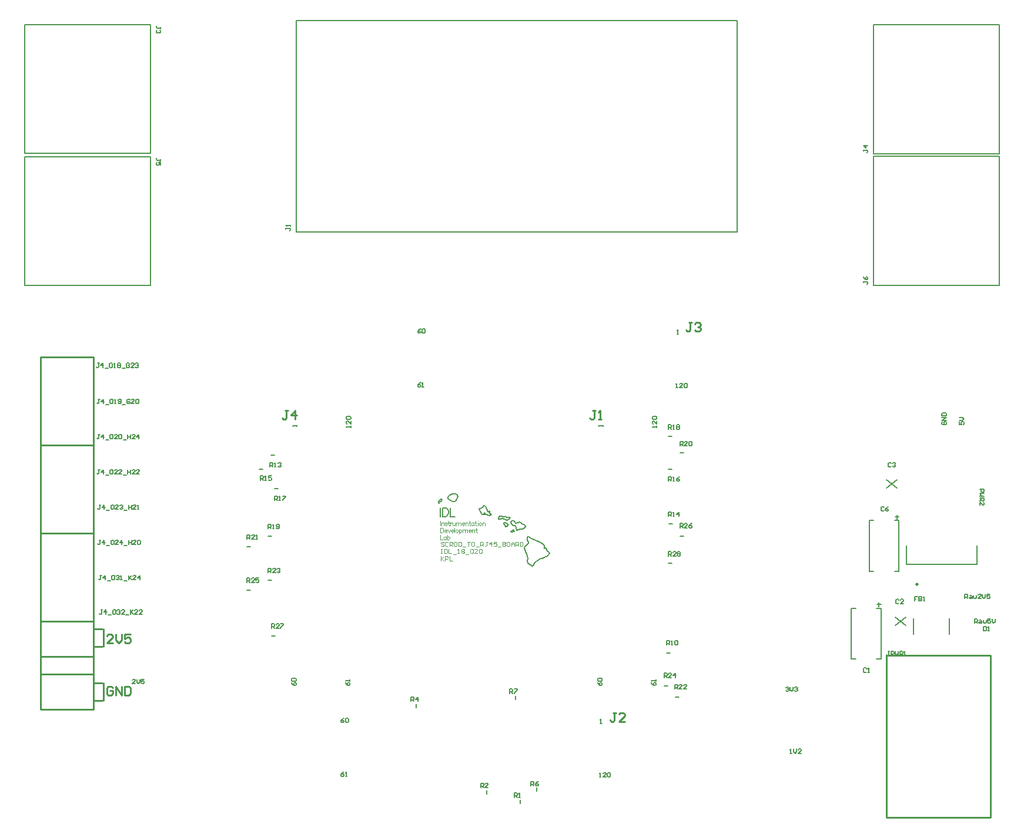
<source format=gto>
G04*
G04 #@! TF.GenerationSoftware,Altium Limited,Altium Designer,18.0.12 (696)*
G04*
G04 Layer_Color=65535*
%FSLAX43Y43*%
%MOMM*%
G71*
G01*
G75*
%ADD10C,0.250*%
%ADD11C,0.254*%
%ADD12C,0.127*%
%ADD13C,0.200*%
%ADD14C,0.076*%
%ADD15C,0.064*%
D10*
X128224Y34034D02*
G03*
X128224Y34034I-125J0D01*
G01*
D11*
X1855Y23622D02*
X9475D01*
X123722Y447D02*
X138722D01*
Y23747D01*
X123722D02*
X138722D01*
X123722Y447D02*
Y23747D01*
X1855Y41402D02*
X9475D01*
Y28702D02*
Y41402D01*
X1855Y28702D02*
Y41402D01*
Y28702D02*
X9475D01*
X1855Y54102D02*
X9475D01*
Y41402D02*
Y54102D01*
X1855Y41402D02*
Y54102D01*
Y41402D02*
X9475D01*
X1855Y66802D02*
X9475D01*
Y54102D02*
Y66802D01*
X1855Y54102D02*
Y66802D01*
Y54102D02*
X9475D01*
X1855Y28702D02*
X9475D01*
Y16002D02*
Y28702D01*
X1855Y16002D02*
Y28702D01*
Y16002D02*
X9475D01*
X1855Y21082D02*
X9475D01*
X9525Y27559D02*
X10795D01*
X10922Y25019D02*
Y27559D01*
X9525Y25019D02*
X10795D01*
X9525Y19812D02*
X10795D01*
X10922Y17272D02*
Y19812D01*
X9525Y17272D02*
X10795D01*
X12276Y25527D02*
X11430D01*
X12276Y26373D01*
Y26585D01*
X12065Y26797D01*
X11642D01*
X11430Y26585D01*
X12700Y26797D02*
Y25950D01*
X13123Y25527D01*
X13546Y25950D01*
Y26797D01*
X14816D02*
X13969D01*
Y26162D01*
X14392Y26373D01*
X14604D01*
X14816Y26162D01*
Y25739D01*
X14604Y25527D01*
X14181D01*
X13969Y25739D01*
X81795Y59055D02*
X81372D01*
X81584D01*
Y57997D01*
X81372Y57785D01*
X81161D01*
X80949Y57997D01*
X82219Y57785D02*
X82642D01*
X82430D01*
Y59055D01*
X82219Y58843D01*
X84716Y15494D02*
X84293D01*
X84505D01*
Y14436D01*
X84293Y14224D01*
X84082D01*
X83870Y14436D01*
X85986Y14224D02*
X85140D01*
X85986Y15070D01*
Y15282D01*
X85774Y15494D01*
X85351D01*
X85140Y15282D01*
X95638Y71755D02*
X95215D01*
X95427D01*
Y70697D01*
X95215Y70485D01*
X95004D01*
X94792Y70697D01*
X96062Y71543D02*
X96273Y71755D01*
X96696D01*
X96908Y71543D01*
Y71331D01*
X96696Y71120D01*
X96485D01*
X96696D01*
X96908Y70908D01*
Y70697D01*
X96696Y70485D01*
X96273D01*
X96062Y70697D01*
X37472Y59055D02*
X37049D01*
X37261D01*
Y57997D01*
X37049Y57785D01*
X36838D01*
X36626Y57997D01*
X38530Y57785D02*
Y59055D01*
X37896Y58420D01*
X38742D01*
X12276Y19092D02*
X12065Y19304D01*
X11642D01*
X11430Y19092D01*
Y18246D01*
X11642Y18034D01*
X12065D01*
X12276Y18246D01*
Y18669D01*
X11853D01*
X12700Y18034D02*
Y19304D01*
X13546Y18034D01*
Y19304D01*
X13969D02*
Y18034D01*
X14604D01*
X14816Y18246D01*
Y19092D01*
X14604Y19304D01*
X13969D01*
D12*
X123698Y47905D02*
X125222Y49074D01*
X123698D02*
X125222Y47905D01*
X124970Y28118D02*
X126494Y29286D01*
X124970D02*
X126494Y28118D01*
X122927Y23274D02*
Y30574D01*
X122277Y30574D02*
X122927Y30574D01*
X122352Y31099D02*
X122902Y31099D01*
X122627Y30824D02*
Y31374D01*
X118627Y23274D02*
Y30574D01*
X119277Y30574D01*
X118627Y23274D02*
X119277Y23274D01*
X122277D02*
X122927Y23274D01*
X125521Y35907D02*
Y43207D01*
X124871D02*
X125521D01*
X124946Y43732D02*
X125496D01*
X125221Y43457D02*
Y44007D01*
X121221Y35907D02*
Y43207D01*
X121871D01*
X121221Y35907D02*
X121871D01*
X124871D02*
X125521D01*
X92338Y42705D02*
X92846D01*
X35052Y52663D02*
X35560D01*
X121846Y114695D02*
X139946Y114695D01*
Y96095D02*
Y114695D01*
X121846Y96095D02*
X139946Y96095D01*
X121846Y96095D02*
Y114695D01*
X-400Y96125D02*
X17700Y96125D01*
X-400Y96125D02*
Y114725D01*
X17700Y114725D01*
Y96125D02*
Y114725D01*
X92329Y50588D02*
X92837D01*
X33401D02*
X33909D01*
X92320Y55321D02*
X92828D01*
X35560Y47794D02*
X36068D01*
X93980Y52959D02*
X94488D01*
X34671Y40936D02*
X35179D01*
X93345Y17738D02*
X93853D01*
X31623Y39412D02*
X32131D01*
X121846Y95714D02*
X139946Y95714D01*
Y77114D02*
Y95714D01*
X121846Y77114D02*
X139946Y77114D01*
X121846Y77114D02*
Y95714D01*
X-400Y77075D02*
X17700Y77075D01*
X-400Y77075D02*
Y95675D01*
X17700Y95675D01*
Y77075D02*
Y95675D01*
X91694Y19389D02*
X92202D01*
X34671Y34629D02*
X35179D01*
X93990Y40979D02*
X94498D01*
X31623Y33147D02*
X32131D01*
X92329Y37042D02*
X92837D01*
X35179Y26585D02*
X35687D01*
X70916Y2413D02*
Y2921D01*
X66090Y3810D02*
Y4318D01*
X55972Y16256D02*
Y16764D01*
X73329Y4191D02*
Y4699D01*
X70281Y17399D02*
Y17907D01*
X91998Y24130D02*
X92506D01*
X38662Y84837D02*
X102162D01*
X102162Y115317D02*
X102162Y84837D01*
X38662Y115317D02*
X102162Y115317D01*
X38662Y115317D02*
X38662Y84837D01*
X60698Y46829D02*
X60968Y46958D01*
X61228Y47049D01*
X61429Y47030D01*
X61669Y47039D01*
X61851Y46933D01*
X61955Y46750D01*
X61858Y46484D02*
X61955Y46750D01*
X61839Y46259D02*
X61858Y46484D01*
X61661Y46020D02*
X61839Y46259D01*
X61456Y45950D02*
X61661Y46020D01*
X61228Y45984D02*
X61456Y45950D01*
X61033Y46028D02*
X61228Y45984D01*
X60888Y46162D02*
X61033Y46028D01*
X60549Y46364D02*
X60888Y46162D01*
X60501Y46523D02*
X60549Y46364D01*
X60501Y46523D02*
X60639Y46681D01*
X60698Y46828D01*
X60698Y46829D01*
X59617Y46388D02*
X59674Y46232D01*
X59598Y46013D02*
X59674Y46232D01*
X59373Y45888D02*
X59598Y46013D01*
X59263Y45661D02*
X59373Y45888D01*
X59153Y45760D02*
X59263Y45661D01*
X59146Y45892D02*
X59153Y45760D01*
X59146Y45892D02*
X59310Y46140D01*
X59480Y46242D01*
X59617Y46388D01*
X59617Y46388D01*
X65554Y45131D02*
X65713Y45325D01*
X65830Y45353D01*
X65920Y45269D01*
X66133Y44891D01*
X66211Y44834D01*
X66213Y44727D01*
X66217Y44612D01*
X66304Y44529D01*
X66381Y44452D01*
X66423Y44504D01*
X66465Y44570D01*
X66542Y44538D01*
X66587Y44299D01*
X66773Y44088D01*
X66525Y43956D02*
X66773Y44088D01*
X66240Y44000D02*
X66525Y43956D01*
X66119Y44114D02*
X66240Y44000D01*
X65996Y44130D02*
X66119Y44114D01*
X65879Y44126D02*
X65996Y44130D01*
X65868Y44190D02*
X65879Y44126D01*
X65868Y44190D02*
X65884Y44353D01*
X65803Y44342D02*
X65884Y44353D01*
X65803Y44342D02*
X65808Y44283D01*
X65738Y44292D02*
X65808Y44283D01*
X65738Y44292D02*
X65795Y44181D01*
X65788Y44093D02*
X65795Y44181D01*
X65586Y44072D02*
X65788Y44093D01*
X65427Y44098D02*
X65586Y44072D01*
X65331Y44234D02*
X65427Y44098D01*
X65155Y44550D02*
X65331Y44234D01*
X64993Y44852D02*
X65155Y44550D01*
X64993Y44852D02*
X65003Y44962D01*
X65181Y44969D01*
X65393Y44993D01*
X65554Y45131D01*
X65554Y45131D02*
X65554Y45131D01*
X68942Y43686D02*
X69472Y43686D01*
X69532Y43597D01*
X69431Y43468D02*
X69532Y43597D01*
X69086Y43286D02*
X69431Y43468D01*
X68441Y43477D02*
X69086Y43286D01*
X68024Y43434D02*
X68441Y43477D01*
X67838Y43456D02*
X68024Y43434D01*
X67838Y43456D02*
X67844Y43611D01*
X67958Y43798D01*
X67993Y43863D01*
X68110Y43838D01*
X68685Y43722D01*
X68813Y43814D01*
X68942Y43687D01*
Y43686D02*
Y43687D01*
X69730Y43185D02*
X69876Y43257D01*
X70013Y43155D01*
X70150Y42989D01*
X70277Y42846D01*
X70574Y42946D01*
X70854Y42965D01*
X71026Y42871D01*
X71202Y42730D01*
X71615Y42538D01*
X71704Y42347D01*
X71571Y42173D02*
X71704Y42347D01*
X71291Y42003D02*
X71571Y42173D01*
X70966Y41945D02*
X71291Y42003D01*
X70432Y41841D02*
X70966Y41945D01*
X70324Y42109D02*
X70432Y41841D01*
X70279Y42454D02*
X70324Y42109D01*
X69973Y42508D02*
X70279Y42454D01*
X69693Y42700D02*
X69973Y42508D01*
X69602Y42957D02*
X69693Y42700D01*
X69602Y42957D02*
X69730Y43185D01*
X69730D02*
X69730D01*
X68669Y42934D02*
X69047Y42855D01*
X69282Y42557D01*
X69087Y42360D02*
X69282Y42557D01*
X68808Y42317D02*
X69087Y42360D01*
X68726Y42582D02*
X68808Y42317D01*
X68555Y42774D02*
X68726Y42582D01*
X68555Y42774D02*
X68564Y42880D01*
X68669Y42934D01*
X69836Y41824D02*
X69977Y41893D01*
X70059Y41834D01*
X70082Y41615D01*
X69704Y41573D02*
X70082Y41615D01*
X69628Y41652D02*
X69704Y41573D01*
X69628Y41652D02*
X69667Y41716D01*
X69836Y41824D01*
Y41824D01*
X72158Y40890D02*
X72591Y40608D01*
X73159Y40386D01*
X73884Y40059D01*
X74177Y39844D01*
X74399Y39569D01*
X74398Y39306D02*
X74399Y39569D01*
X74398Y39306D02*
X74428Y39211D01*
X74502Y39226D01*
X74648Y39228D01*
X74705Y39115D01*
X74812Y38871D01*
X75059Y38667D01*
X75193Y38591D01*
X75212Y38472D01*
X74882Y38124D02*
X75212Y38472D01*
X74465Y37886D02*
X74882Y38124D01*
X74203Y37742D02*
X74465Y37886D01*
X73900Y37761D02*
X74203Y37742D01*
X73234Y37328D02*
X73900Y37761D01*
X73028Y37104D02*
X73234Y37328D01*
X72891Y36804D02*
X73028Y37104D01*
X72718Y36658D02*
X72891Y36804D01*
X72642Y36641D02*
X72718Y36658D01*
X72570Y36742D02*
X72642Y36641D01*
X72273Y36906D02*
X72570Y36742D01*
X72029Y37090D02*
X72273Y36906D01*
X71962Y37417D02*
X72029Y37090D01*
X71962Y37417D02*
X72020Y37779D01*
X71979Y38085D02*
X72020Y37779D01*
X71912Y38385D02*
X71979Y38085D01*
X71801Y38546D02*
X71912Y38385D01*
X71753Y38758D02*
X71801Y38546D01*
X71599Y38988D02*
X71753Y38758D01*
X71534Y39236D02*
X71599Y38988D01*
X71534Y39236D02*
X71641Y39445D01*
X71842Y39581D01*
X72068Y39884D01*
X72170Y39981D01*
X72172Y40113D01*
X72005Y40371D02*
X72172Y40113D01*
X71954Y40701D02*
X72005Y40371D01*
X71954Y40701D02*
X72000Y40840D01*
X72158Y40890D01*
X72158Y40890D01*
X82473Y13970D02*
X82685D01*
X82579D01*
Y14605D01*
X82473Y14499D01*
X45558Y14732D02*
X45347Y14626D01*
X45135Y14414D01*
Y14203D01*
X45241Y14097D01*
X45452D01*
X45558Y14203D01*
Y14309D01*
X45452Y14414D01*
X45135D01*
X45770Y14626D02*
X45876Y14732D01*
X46087D01*
X46193Y14626D01*
Y14203D01*
X46087Y14097D01*
X45876D01*
X45770Y14203D01*
Y14626D01*
X45558Y6985D02*
X45347Y6879D01*
X45135Y6667D01*
Y6456D01*
X45241Y6350D01*
X45452D01*
X45558Y6456D01*
Y6562D01*
X45452Y6667D01*
X45135D01*
X45770Y6350D02*
X45981D01*
X45876D01*
Y6985D01*
X45770Y6879D01*
X82346Y6223D02*
X82558D01*
X82452D01*
Y6858D01*
X82346Y6752D01*
X83298Y6223D02*
X82875D01*
X83298Y6646D01*
Y6752D01*
X83192Y6858D01*
X82981D01*
X82875Y6752D01*
X83510D02*
X83616Y6858D01*
X83827D01*
X83933Y6752D01*
Y6329D01*
X83827Y6223D01*
X83616D01*
X83510Y6329D01*
Y6752D01*
X82854Y56769D02*
Y56981D01*
Y56875D01*
X82219D01*
X82325Y56769D01*
X82092Y19854D02*
X82198Y19643D01*
X82410Y19431D01*
X82621D01*
X82727Y19537D01*
Y19748D01*
X82621Y19854D01*
X82515D01*
X82410Y19748D01*
Y19431D01*
X82198Y20066D02*
X82092Y20172D01*
Y20383D01*
X82198Y20489D01*
X82621D01*
X82727Y20383D01*
Y20172D01*
X82621Y20066D01*
X82198D01*
X89839Y19854D02*
X89945Y19643D01*
X90157Y19431D01*
X90368D01*
X90474Y19537D01*
Y19748D01*
X90368Y19854D01*
X90262D01*
X90157Y19748D01*
Y19431D01*
X90474Y20066D02*
Y20277D01*
Y20172D01*
X89839D01*
X89945Y20066D01*
X90601Y56642D02*
Y56854D01*
Y56748D01*
X89966D01*
X90072Y56642D01*
X90601Y57594D02*
Y57171D01*
X90178Y57594D01*
X90072D01*
X89966Y57488D01*
Y57277D01*
X90072Y57171D01*
Y57806D02*
X89966Y57912D01*
Y58123D01*
X90072Y58229D01*
X90495D01*
X90601Y58123D01*
Y57912D01*
X90495Y57806D01*
X90072D01*
X93522Y70104D02*
X93734D01*
X93628D01*
Y70739D01*
X93522Y70633D01*
X56607Y70866D02*
X56396Y70760D01*
X56184Y70548D01*
Y70337D01*
X56290Y70231D01*
X56501D01*
X56607Y70337D01*
Y70443D01*
X56501Y70548D01*
X56184D01*
X56819Y70760D02*
X56925Y70866D01*
X57136D01*
X57242Y70760D01*
Y70337D01*
X57136Y70231D01*
X56925D01*
X56819Y70337D01*
Y70760D01*
X56607Y63119D02*
X56396Y63013D01*
X56184Y62801D01*
Y62590D01*
X56290Y62484D01*
X56501D01*
X56607Y62590D01*
Y62696D01*
X56501Y62801D01*
X56184D01*
X56819Y62484D02*
X57030D01*
X56925D01*
Y63119D01*
X56819Y63013D01*
X93395Y62357D02*
X93607D01*
X93501D01*
Y62992D01*
X93395Y62886D01*
X94347Y62357D02*
X93924D01*
X94347Y62780D01*
Y62886D01*
X94241Y62992D01*
X94030D01*
X93924Y62886D01*
X94559D02*
X94665Y62992D01*
X94876D01*
X94982Y62886D01*
Y62463D01*
X94876Y62357D01*
X94665D01*
X94559Y62463D01*
Y62886D01*
X46532Y56642D02*
Y56854D01*
Y56748D01*
X45897D01*
X46003Y56642D01*
X46532Y57594D02*
Y57171D01*
X46109Y57594D01*
X46003D01*
X45897Y57488D01*
Y57277D01*
X46003Y57171D01*
Y57806D02*
X45897Y57912D01*
Y58123D01*
X46003Y58229D01*
X46426D01*
X46532Y58123D01*
Y57912D01*
X46426Y57806D01*
X46003D01*
X45770Y19854D02*
X45876Y19643D01*
X46088Y19431D01*
X46299D01*
X46405Y19537D01*
Y19748D01*
X46299Y19854D01*
X46193D01*
X46088Y19748D01*
Y19431D01*
X46405Y20066D02*
Y20277D01*
Y20172D01*
X45770D01*
X45876Y20066D01*
X38023Y19854D02*
X38129Y19643D01*
X38341Y19431D01*
X38552D01*
X38658Y19537D01*
Y19748D01*
X38552Y19854D01*
X38446D01*
X38341Y19748D01*
Y19431D01*
X38129Y20066D02*
X38023Y20172D01*
Y20383D01*
X38129Y20489D01*
X38552D01*
X38658Y20383D01*
Y20172D01*
X38552Y20066D01*
X38129D01*
X38785Y56769D02*
Y56981D01*
Y56875D01*
X38150D01*
X38256Y56769D01*
X59471Y45067D02*
Y43797D01*
X59737Y45067D02*
Y43797D01*
Y45067D02*
X60160D01*
X60341Y45007D01*
X60462Y44886D01*
X60523Y44765D01*
X60583Y44583D01*
Y44281D01*
X60523Y44100D01*
X60462Y43979D01*
X60341Y43858D01*
X60160Y43797D01*
X59737D01*
X60868Y45067D02*
Y43797D01*
X61593D01*
X10760Y30353D02*
X10549D01*
X10654D01*
Y29824D01*
X10549Y29718D01*
X10443D01*
X10337Y29824D01*
X11289Y29718D02*
Y30353D01*
X10972Y30035D01*
X11395D01*
X11607Y29612D02*
X12030D01*
X12241Y30247D02*
X12347Y30353D01*
X12559D01*
X12665Y30247D01*
Y29824D01*
X12559Y29718D01*
X12347D01*
X12241Y29824D01*
Y30247D01*
X12876D02*
X12982Y30353D01*
X13194D01*
X13299Y30247D01*
Y30141D01*
X13194Y30035D01*
X13088D01*
X13194D01*
X13299Y29930D01*
Y29824D01*
X13194Y29718D01*
X12982D01*
X12876Y29824D01*
X13934Y29718D02*
X13511D01*
X13934Y30141D01*
Y30247D01*
X13828Y30353D01*
X13617D01*
X13511Y30247D01*
X14146Y29612D02*
X14569D01*
X14781Y30353D02*
Y29718D01*
Y29930D01*
X15204Y30353D01*
X14886Y30035D01*
X15204Y29718D01*
X15839D02*
X15415D01*
X15839Y30141D01*
Y30247D01*
X15733Y30353D01*
X15521D01*
X15415Y30247D01*
X16473Y29718D02*
X16050D01*
X16473Y30141D01*
Y30247D01*
X16368Y30353D01*
X16156D01*
X16050Y30247D01*
X10633Y35306D02*
X10422D01*
X10527D01*
Y34777D01*
X10422Y34671D01*
X10316D01*
X10210Y34777D01*
X11162Y34671D02*
Y35306D01*
X10845Y34988D01*
X11268D01*
X11480Y34565D02*
X11903D01*
X12114Y35200D02*
X12220Y35306D01*
X12432D01*
X12538Y35200D01*
Y34777D01*
X12432Y34671D01*
X12220D01*
X12114Y34777D01*
Y35200D01*
X12749D02*
X12855Y35306D01*
X13067D01*
X13172Y35200D01*
Y35094D01*
X13067Y34988D01*
X12961D01*
X13067D01*
X13172Y34883D01*
Y34777D01*
X13067Y34671D01*
X12855D01*
X12749Y34777D01*
X13384Y34671D02*
X13596D01*
X13490D01*
Y35306D01*
X13384Y35200D01*
X13913Y34565D02*
X14336D01*
X14548Y35306D02*
Y34671D01*
Y34883D01*
X14971Y35306D01*
X14654Y34988D01*
X14971Y34671D01*
X15606D02*
X15183D01*
X15606Y35094D01*
Y35200D01*
X15500Y35306D01*
X15288D01*
X15183Y35200D01*
X16135Y34671D02*
Y35306D01*
X15817Y34988D01*
X16241D01*
X10519Y40386D02*
X10307D01*
X10413D01*
Y39857D01*
X10307Y39751D01*
X10201D01*
X10096Y39857D01*
X11048Y39751D02*
Y40386D01*
X10730Y40068D01*
X11154D01*
X11365Y39645D02*
X11788D01*
X12000Y40280D02*
X12106Y40386D01*
X12317D01*
X12423Y40280D01*
Y39857D01*
X12317Y39751D01*
X12106D01*
X12000Y39857D01*
Y40280D01*
X13058Y39751D02*
X12635D01*
X13058Y40174D01*
Y40280D01*
X12952Y40386D01*
X12741D01*
X12635Y40280D01*
X13587Y39751D02*
Y40386D01*
X13270Y40068D01*
X13693D01*
X13904Y39645D02*
X14328D01*
X14539Y40386D02*
Y39751D01*
Y40068D01*
X14962D01*
Y40386D01*
Y39751D01*
X15597D02*
X15174D01*
X15597Y40174D01*
Y40280D01*
X15491Y40386D01*
X15280D01*
X15174Y40280D01*
X15809D02*
X15915Y40386D01*
X16126D01*
X16232Y40280D01*
Y39857D01*
X16126Y39751D01*
X15915D01*
X15809Y39857D01*
Y40280D01*
X10519Y45466D02*
X10307D01*
X10413D01*
Y44937D01*
X10307Y44831D01*
X10201D01*
X10096Y44937D01*
X11048Y44831D02*
Y45466D01*
X10730Y45148D01*
X11154D01*
X11365Y44725D02*
X11788D01*
X12000Y45360D02*
X12106Y45466D01*
X12317D01*
X12423Y45360D01*
Y44937D01*
X12317Y44831D01*
X12106D01*
X12000Y44937D01*
Y45360D01*
X13058Y44831D02*
X12635D01*
X13058Y45254D01*
Y45360D01*
X12952Y45466D01*
X12741D01*
X12635Y45360D01*
X13270D02*
X13375Y45466D01*
X13587D01*
X13693Y45360D01*
Y45254D01*
X13587Y45148D01*
X13481D01*
X13587D01*
X13693Y45043D01*
Y44937D01*
X13587Y44831D01*
X13375D01*
X13270Y44937D01*
X13904Y44725D02*
X14328D01*
X14539Y45466D02*
Y44831D01*
Y45148D01*
X14962D01*
Y45466D01*
Y44831D01*
X15597D02*
X15174D01*
X15597Y45254D01*
Y45360D01*
X15491Y45466D01*
X15280D01*
X15174Y45360D01*
X15809Y44831D02*
X16020D01*
X15915D01*
Y45466D01*
X15809Y45360D01*
X10379Y50546D02*
X10168D01*
X10273D01*
Y50017D01*
X10168Y49911D01*
X10062D01*
X9956Y50017D01*
X10908Y49911D02*
Y50546D01*
X10591Y50228D01*
X11014D01*
X11226Y49805D02*
X11649D01*
X11860Y50440D02*
X11966Y50546D01*
X12178D01*
X12284Y50440D01*
Y50017D01*
X12178Y49911D01*
X11966D01*
X11860Y50017D01*
Y50440D01*
X12918Y49911D02*
X12495D01*
X12918Y50334D01*
Y50440D01*
X12813Y50546D01*
X12601D01*
X12495Y50440D01*
X13553Y49911D02*
X13130D01*
X13553Y50334D01*
Y50440D01*
X13447Y50546D01*
X13236D01*
X13130Y50440D01*
X13765Y49805D02*
X14188D01*
X14400Y50546D02*
Y49911D01*
Y50228D01*
X14823D01*
Y50546D01*
Y49911D01*
X15458D02*
X15034D01*
X15458Y50334D01*
Y50440D01*
X15352Y50546D01*
X15140D01*
X15034Y50440D01*
X16092Y49911D02*
X15669D01*
X16092Y50334D01*
Y50440D01*
X15987Y50546D01*
X15775D01*
X15669Y50440D01*
X10392Y55626D02*
X10180D01*
X10286D01*
Y55097D01*
X10180Y54991D01*
X10074D01*
X9969Y55097D01*
X10921Y54991D02*
Y55626D01*
X10603Y55308D01*
X11027D01*
X11238Y54885D02*
X11661D01*
X11873Y55520D02*
X11979Y55626D01*
X12190D01*
X12296Y55520D01*
Y55097D01*
X12190Y54991D01*
X11979D01*
X11873Y55097D01*
Y55520D01*
X12931Y54991D02*
X12508D01*
X12931Y55414D01*
Y55520D01*
X12825Y55626D01*
X12614D01*
X12508Y55520D01*
X13143D02*
X13248Y55626D01*
X13460D01*
X13566Y55520D01*
Y55097D01*
X13460Y54991D01*
X13248D01*
X13143Y55097D01*
Y55520D01*
X13777Y54885D02*
X14201D01*
X14412Y55626D02*
Y54991D01*
Y55308D01*
X14835D01*
Y55626D01*
Y54991D01*
X15470D02*
X15047D01*
X15470Y55414D01*
Y55520D01*
X15364Y55626D01*
X15153D01*
X15047Y55520D01*
X15999Y54991D02*
Y55626D01*
X15682Y55308D01*
X16105D01*
X10379Y60706D02*
X10168D01*
X10273D01*
Y60177D01*
X10168Y60071D01*
X10062D01*
X9956Y60177D01*
X10908Y60071D02*
Y60706D01*
X10591Y60388D01*
X11014D01*
X11226Y59965D02*
X11649D01*
X11860Y60600D02*
X11966Y60706D01*
X12178D01*
X12284Y60600D01*
Y60177D01*
X12178Y60071D01*
X11966D01*
X11860Y60177D01*
Y60600D01*
X12495Y60071D02*
X12707D01*
X12601D01*
Y60706D01*
X12495Y60600D01*
X13024Y60177D02*
X13130Y60071D01*
X13342D01*
X13447Y60177D01*
Y60600D01*
X13342Y60706D01*
X13130D01*
X13024Y60600D01*
Y60494D01*
X13130Y60388D01*
X13447D01*
X13659Y59965D02*
X14082D01*
X14717Y60600D02*
X14611Y60706D01*
X14400D01*
X14294Y60600D01*
Y60177D01*
X14400Y60071D01*
X14611D01*
X14717Y60177D01*
Y60388D01*
X14505D01*
X15352Y60071D02*
X14929D01*
X15352Y60494D01*
Y60600D01*
X15246Y60706D01*
X15034D01*
X14929Y60600D01*
X15563D02*
X15669Y60706D01*
X15881D01*
X15987Y60600D01*
Y60177D01*
X15881Y60071D01*
X15669D01*
X15563Y60177D01*
Y60600D01*
X10329Y65913D02*
X10118D01*
X10223D01*
Y65384D01*
X10118Y65278D01*
X10012D01*
X9906Y65384D01*
X10858Y65278D02*
Y65913D01*
X10541Y65595D01*
X10964D01*
X11176Y65172D02*
X11599D01*
X11810Y65807D02*
X11916Y65913D01*
X12128D01*
X12234Y65807D01*
Y65384D01*
X12128Y65278D01*
X11916D01*
X11810Y65384D01*
Y65807D01*
X12445Y65278D02*
X12657D01*
X12551D01*
Y65913D01*
X12445Y65807D01*
X12974D02*
X13080Y65913D01*
X13292D01*
X13397Y65807D01*
Y65701D01*
X13292Y65595D01*
X13397Y65490D01*
Y65384D01*
X13292Y65278D01*
X13080D01*
X12974Y65384D01*
Y65490D01*
X13080Y65595D01*
X12974Y65701D01*
Y65807D01*
X13080Y65595D02*
X13292D01*
X13609Y65172D02*
X14032D01*
X14667Y65807D02*
X14561Y65913D01*
X14350D01*
X14244Y65807D01*
Y65384D01*
X14350Y65278D01*
X14561D01*
X14667Y65384D01*
Y65595D01*
X14455D01*
X15302Y65278D02*
X14879D01*
X15302Y65701D01*
Y65807D01*
X15196Y65913D01*
X14984D01*
X14879Y65807D01*
X15513D02*
X15619Y65913D01*
X15831D01*
X15937Y65807D01*
Y65701D01*
X15831Y65595D01*
X15725D01*
X15831D01*
X15937Y65490D01*
Y65384D01*
X15831Y65278D01*
X15619D01*
X15513Y65384D01*
X131805Y57446D02*
X131699Y57340D01*
Y57129D01*
X131805Y57023D01*
X132228D01*
X132334Y57129D01*
Y57340D01*
X132228Y57446D01*
X132017D01*
Y57235D01*
X132334Y57658D02*
X131699D01*
X132334Y58081D01*
X131699D01*
Y58293D02*
X132334D01*
Y58610D01*
X132228Y58716D01*
X131805D01*
X131699Y58610D01*
Y58293D01*
X135001Y31953D02*
Y32588D01*
X135318D01*
X135424Y32482D01*
Y32271D01*
X135318Y32165D01*
X135001D01*
X135213D02*
X135424Y31953D01*
X135742Y32376D02*
X135953D01*
X136059Y32271D01*
Y31953D01*
X135742D01*
X135636Y32059D01*
X135742Y32165D01*
X136059D01*
X136271Y32376D02*
Y32059D01*
X136376Y31953D01*
X136482Y32059D01*
X136588Y31953D01*
X136694Y32059D01*
Y32376D01*
X137329Y31953D02*
X136905D01*
X137329Y32376D01*
Y32482D01*
X137223Y32588D01*
X137011D01*
X136905Y32482D01*
X137540Y32588D02*
Y32165D01*
X137752Y31953D01*
X137963Y32165D01*
Y32588D01*
X138598D02*
X138175D01*
Y32271D01*
X138387Y32376D01*
X138492D01*
X138598Y32271D01*
Y32059D01*
X138492Y31953D01*
X138281D01*
X138175Y32059D01*
X134239Y57446D02*
Y57023D01*
X134557D01*
X134451Y57235D01*
Y57340D01*
X134557Y57446D01*
X134768D01*
X134874Y57340D01*
Y57129D01*
X134768Y57023D01*
X134239Y57658D02*
X134662D01*
X134874Y57869D01*
X134662Y58081D01*
X134239D01*
X109182Y19135D02*
X109288Y19240D01*
X109499D01*
X109605Y19135D01*
Y19029D01*
X109499Y18923D01*
X109394D01*
X109499D01*
X109605Y18817D01*
Y18711D01*
X109499Y18605D01*
X109288D01*
X109182Y18711D01*
X109817Y19240D02*
Y18817D01*
X110028Y18605D01*
X110240Y18817D01*
Y19240D01*
X110451Y19135D02*
X110557Y19240D01*
X110769D01*
X110875Y19135D01*
Y19029D01*
X110769Y18923D01*
X110663D01*
X110769D01*
X110875Y18817D01*
Y18711D01*
X110769Y18605D01*
X110557D01*
X110451Y18711D01*
X15536Y19685D02*
X15113D01*
X15536Y20108D01*
Y20214D01*
X15430Y20320D01*
X15219D01*
X15113Y20214D01*
X15748Y20320D02*
Y19897D01*
X15959Y19685D01*
X16171Y19897D01*
Y20320D01*
X16806D02*
X16383D01*
Y20002D01*
X16594Y20108D01*
X16700D01*
X16806Y20002D01*
Y19791D01*
X16700Y19685D01*
X16488D01*
X16383Y19791D01*
X109817Y9639D02*
X110029D01*
X109923D01*
Y10274D01*
X109817Y10168D01*
X110346Y10274D02*
Y9851D01*
X110557Y9639D01*
X110769Y9851D01*
Y10274D01*
X111404Y9639D02*
X110981D01*
X111404Y10062D01*
Y10168D01*
X111298Y10274D01*
X111086D01*
X110981Y10168D01*
X137160Y47752D02*
X137795D01*
Y47435D01*
X137689Y47329D01*
X137477D01*
X137372Y47435D01*
Y47752D01*
X137795Y47117D02*
X137160D01*
X137372Y46906D01*
X137160Y46694D01*
X137795D01*
X137160Y46482D02*
X137795D01*
Y46165D01*
X137689Y46059D01*
X137477D01*
X137372Y46165D01*
Y46482D01*
Y46271D02*
X137160Y46059D01*
Y45424D02*
Y45848D01*
X137583Y45424D01*
X137689D01*
X137795Y45530D01*
Y45742D01*
X137689Y45848D01*
X124145Y24382D02*
X123933D01*
X124039D01*
Y23853D01*
X123933Y23747D01*
X123828D01*
X123722Y23853D01*
X124357Y23747D02*
Y24382D01*
X124674D01*
X124780Y24276D01*
Y24064D01*
X124674Y23959D01*
X124357D01*
X124991Y24382D02*
Y23747D01*
X125203Y23959D01*
X125415Y23747D01*
Y24382D01*
X125626Y23747D02*
Y24382D01*
X125944D01*
X126049Y24276D01*
Y24064D01*
X125944Y23959D01*
X125626D01*
X125838D02*
X126049Y23747D01*
X126261D02*
X126473D01*
X126367D01*
Y24382D01*
X126261Y24276D01*
X128185Y32258D02*
X127762D01*
Y31940D01*
X127974D01*
X127762D01*
Y31623D01*
X128397Y32258D02*
Y31623D01*
X128714D01*
X128820Y31729D01*
Y31835D01*
X128714Y31940D01*
X128397D01*
X128714D01*
X128820Y32046D01*
Y32152D01*
X128714Y32258D01*
X128397D01*
X129032Y31623D02*
X129243D01*
X129137D01*
Y32258D01*
X129032Y32152D01*
X137668Y27940D02*
Y27305D01*
X137985D01*
X138091Y27411D01*
Y27834D01*
X137985Y27940D01*
X137668D01*
X138303Y27305D02*
X138514D01*
X138409D01*
Y27940D01*
X138303Y27834D01*
X123359Y45106D02*
X123253Y45212D01*
X123042D01*
X122936Y45106D01*
Y44683D01*
X123042Y44577D01*
X123253D01*
X123359Y44683D01*
X123994Y45212D02*
X123782Y45106D01*
X123571Y44894D01*
Y44683D01*
X123677Y44577D01*
X123888D01*
X123994Y44683D01*
Y44789D01*
X123888Y44894D01*
X123571D01*
X136373Y28397D02*
Y29032D01*
X136690D01*
X136796Y28926D01*
Y28715D01*
X136690Y28609D01*
X136373D01*
X136584D02*
X136796Y28397D01*
X137113Y28820D02*
X137325D01*
X137431Y28715D01*
Y28397D01*
X137113D01*
X137007Y28503D01*
X137113Y28609D01*
X137431D01*
X137642Y28820D02*
Y28503D01*
X137748Y28397D01*
X137854Y28503D01*
X137960Y28397D01*
X138065Y28503D01*
Y28820D01*
X138700Y29032D02*
X138277D01*
Y28715D01*
X138489Y28820D01*
X138594D01*
X138700Y28715D01*
Y28503D01*
X138594Y28397D01*
X138383D01*
X138277Y28503D01*
X138912Y29032D02*
Y28609D01*
X139123Y28397D01*
X139335Y28609D01*
Y29032D01*
X92329Y38100D02*
Y38735D01*
X92646D01*
X92752Y38629D01*
Y38417D01*
X92646Y38312D01*
X92329D01*
X92541D02*
X92752Y38100D01*
X93387D02*
X92964D01*
X93387Y38523D01*
Y38629D01*
X93281Y38735D01*
X93070D01*
X92964Y38629D01*
X93599D02*
X93704Y38735D01*
X93916D01*
X94022Y38629D01*
Y38523D01*
X93916Y38417D01*
X94022Y38312D01*
Y38206D01*
X93916Y38100D01*
X93704D01*
X93599Y38206D01*
Y38312D01*
X93704Y38417D01*
X93599Y38523D01*
Y38629D01*
X93704Y38417D02*
X93916D01*
X35179Y27686D02*
Y28321D01*
X35496D01*
X35602Y28215D01*
Y28003D01*
X35496Y27898D01*
X35179D01*
X35391D02*
X35602Y27686D01*
X36237D02*
X35814D01*
X36237Y28109D01*
Y28215D01*
X36131Y28321D01*
X35920D01*
X35814Y28215D01*
X36449Y28321D02*
X36872D01*
Y28215D01*
X36449Y27792D01*
Y27686D01*
X93980Y42164D02*
Y42799D01*
X94297D01*
X94403Y42693D01*
Y42481D01*
X94297Y42376D01*
X93980D01*
X94192D02*
X94403Y42164D01*
X95038D02*
X94615D01*
X95038Y42587D01*
Y42693D01*
X94932Y42799D01*
X94721D01*
X94615Y42693D01*
X95673Y42799D02*
X95461Y42693D01*
X95250Y42481D01*
Y42270D01*
X95355Y42164D01*
X95567D01*
X95673Y42270D01*
Y42376D01*
X95567Y42481D01*
X95250D01*
X31623Y34290D02*
Y34925D01*
X31940D01*
X32046Y34819D01*
Y34607D01*
X31940Y34502D01*
X31623D01*
X31835D02*
X32046Y34290D01*
X32681D02*
X32258D01*
X32681Y34713D01*
Y34819D01*
X32575Y34925D01*
X32364D01*
X32258Y34819D01*
X33316Y34925D02*
X32893D01*
Y34607D01*
X33104Y34713D01*
X33210D01*
X33316Y34607D01*
Y34396D01*
X33210Y34290D01*
X32998D01*
X32893Y34396D01*
X91694Y20574D02*
Y21209D01*
X92011D01*
X92117Y21103D01*
Y20891D01*
X92011Y20786D01*
X91694D01*
X91906D02*
X92117Y20574D01*
X92752D02*
X92329D01*
X92752Y20997D01*
Y21103D01*
X92646Y21209D01*
X92435D01*
X92329Y21103D01*
X93281Y20574D02*
Y21209D01*
X92964Y20891D01*
X93387D01*
X34671Y35687D02*
Y36322D01*
X34988D01*
X35094Y36216D01*
Y36004D01*
X34988Y35899D01*
X34671D01*
X34883D02*
X35094Y35687D01*
X35729D02*
X35306D01*
X35729Y36110D01*
Y36216D01*
X35623Y36322D01*
X35412D01*
X35306Y36216D01*
X35941D02*
X36046Y36322D01*
X36258D01*
X36364Y36216D01*
Y36110D01*
X36258Y36004D01*
X36152D01*
X36258D01*
X36364Y35899D01*
Y35793D01*
X36258Y35687D01*
X36046D01*
X35941Y35793D01*
X93218Y18923D02*
Y19558D01*
X93535D01*
X93641Y19452D01*
Y19240D01*
X93535Y19135D01*
X93218D01*
X93430D02*
X93641Y18923D01*
X94276D02*
X93853D01*
X94276Y19346D01*
Y19452D01*
X94170Y19558D01*
X93959D01*
X93853Y19452D01*
X94911Y18923D02*
X94488D01*
X94911Y19346D01*
Y19452D01*
X94805Y19558D01*
X94593D01*
X94488Y19452D01*
X31623Y40513D02*
Y41148D01*
X31940D01*
X32046Y41042D01*
Y40830D01*
X31940Y40725D01*
X31623D01*
X31835D02*
X32046Y40513D01*
X32681D02*
X32258D01*
X32681Y40936D01*
Y41042D01*
X32575Y41148D01*
X32364D01*
X32258Y41042D01*
X32893Y40513D02*
X33104D01*
X32998D01*
Y41148D01*
X32893Y41042D01*
X93980Y53975D02*
Y54610D01*
X94297D01*
X94403Y54504D01*
Y54292D01*
X94297Y54187D01*
X93980D01*
X94192D02*
X94403Y53975D01*
X95038D02*
X94615D01*
X95038Y54398D01*
Y54504D01*
X94932Y54610D01*
X94721D01*
X94615Y54504D01*
X95250D02*
X95355Y54610D01*
X95567D01*
X95673Y54504D01*
Y54081D01*
X95567Y53975D01*
X95355D01*
X95250Y54081D01*
Y54504D01*
X34671Y42037D02*
Y42672D01*
X34988D01*
X35094Y42566D01*
Y42354D01*
X34988Y42249D01*
X34671D01*
X34883D02*
X35094Y42037D01*
X35306D02*
X35517D01*
X35412D01*
Y42672D01*
X35306Y42566D01*
X35835Y42143D02*
X35941Y42037D01*
X36152D01*
X36258Y42143D01*
Y42566D01*
X36152Y42672D01*
X35941D01*
X35835Y42566D01*
Y42460D01*
X35941Y42354D01*
X36258D01*
X92329Y56388D02*
Y57023D01*
X92646D01*
X92752Y56917D01*
Y56705D01*
X92646Y56600D01*
X92329D01*
X92541D02*
X92752Y56388D01*
X92964D02*
X93175D01*
X93070D01*
Y57023D01*
X92964Y56917D01*
X93493D02*
X93599Y57023D01*
X93810D01*
X93916Y56917D01*
Y56811D01*
X93810Y56705D01*
X93916Y56600D01*
Y56494D01*
X93810Y56388D01*
X93599D01*
X93493Y56494D01*
Y56600D01*
X93599Y56705D01*
X93493Y56811D01*
Y56917D01*
X93599Y56705D02*
X93810D01*
X35560Y46101D02*
Y46736D01*
X35877D01*
X35983Y46630D01*
Y46418D01*
X35877Y46313D01*
X35560D01*
X35772D02*
X35983Y46101D01*
X36195D02*
X36406D01*
X36301D01*
Y46736D01*
X36195Y46630D01*
X36724Y46736D02*
X37147D01*
Y46630D01*
X36724Y46207D01*
Y46101D01*
X92329Y48895D02*
Y49530D01*
X92646D01*
X92752Y49424D01*
Y49212D01*
X92646Y49107D01*
X92329D01*
X92541D02*
X92752Y48895D01*
X92964D02*
X93175D01*
X93070D01*
Y49530D01*
X92964Y49424D01*
X93916Y49530D02*
X93704Y49424D01*
X93493Y49212D01*
Y49001D01*
X93599Y48895D01*
X93810D01*
X93916Y49001D01*
Y49107D01*
X93810Y49212D01*
X93493D01*
X33528Y49022D02*
Y49657D01*
X33845D01*
X33951Y49551D01*
Y49339D01*
X33845Y49234D01*
X33528D01*
X33740D02*
X33951Y49022D01*
X34163D02*
X34374D01*
X34269D01*
Y49657D01*
X34163Y49551D01*
X35115Y49657D02*
X34692D01*
Y49339D01*
X34903Y49445D01*
X35009D01*
X35115Y49339D01*
Y49128D01*
X35009Y49022D01*
X34798D01*
X34692Y49128D01*
X92329Y43815D02*
Y44450D01*
X92646D01*
X92752Y44344D01*
Y44132D01*
X92646Y44027D01*
X92329D01*
X92541D02*
X92752Y43815D01*
X92964D02*
X93175D01*
X93070D01*
Y44450D01*
X92964Y44344D01*
X93810Y43815D02*
Y44450D01*
X93493Y44132D01*
X93916D01*
X34925Y50927D02*
Y51562D01*
X35242D01*
X35348Y51456D01*
Y51244D01*
X35242Y51139D01*
X34925D01*
X35137D02*
X35348Y50927D01*
X35560D02*
X35771D01*
X35666D01*
Y51562D01*
X35560Y51456D01*
X36089D02*
X36195Y51562D01*
X36406D01*
X36512Y51456D01*
Y51350D01*
X36406Y51244D01*
X36300D01*
X36406D01*
X36512Y51139D01*
Y51033D01*
X36406Y50927D01*
X36195D01*
X36089Y51033D01*
X120383Y77721D02*
Y77509D01*
Y77615D01*
X120912D01*
X121017Y77509D01*
Y77403D01*
X120912Y77297D01*
X120383Y78355D02*
X120489Y78144D01*
X120700Y77932D01*
X120912D01*
X121017Y78038D01*
Y78250D01*
X120912Y78355D01*
X120806D01*
X120700Y78250D01*
Y77932D01*
X19163Y95068D02*
Y95280D01*
Y95174D01*
X18634D01*
X18528Y95280D01*
Y95385D01*
X18634Y95491D01*
X19163Y94433D02*
Y94857D01*
X18846D01*
X18952Y94645D01*
Y94539D01*
X18846Y94433D01*
X18634D01*
X18528Y94539D01*
Y94751D01*
X18634Y94857D01*
X120383Y96702D02*
Y96490D01*
Y96596D01*
X120912D01*
X121017Y96490D01*
Y96384D01*
X120912Y96279D01*
X121017Y97231D02*
X120383D01*
X120700Y96913D01*
Y97337D01*
X19163Y114118D02*
Y114330D01*
Y114224D01*
X18634D01*
X18528Y114330D01*
Y114436D01*
X18634Y114541D01*
X19057Y113907D02*
X19163Y113801D01*
Y113589D01*
X19057Y113483D01*
X18952D01*
X18846Y113589D01*
Y113695D01*
Y113589D01*
X18740Y113483D01*
X18634D01*
X18528Y113589D01*
Y113801D01*
X18634Y113907D01*
X72517Y4953D02*
Y5588D01*
X72834D01*
X72940Y5482D01*
Y5270D01*
X72834Y5165D01*
X72517D01*
X72729D02*
X72940Y4953D01*
X73575Y5588D02*
X73363Y5482D01*
X73152Y5270D01*
Y5059D01*
X73258Y4953D01*
X73469D01*
X73575Y5059D01*
Y5165D01*
X73469Y5270D01*
X73152D01*
X69469Y18288D02*
Y18923D01*
X69786D01*
X69892Y18817D01*
Y18605D01*
X69786Y18500D01*
X69469D01*
X69681D02*
X69892Y18288D01*
X70104Y18923D02*
X70527D01*
Y18817D01*
X70104Y18394D01*
Y18288D01*
X92075Y25273D02*
Y25908D01*
X92392D01*
X92498Y25802D01*
Y25590D01*
X92392Y25485D01*
X92075D01*
X92287D02*
X92498Y25273D01*
X92710D02*
X92921D01*
X92816D01*
Y25908D01*
X92710Y25802D01*
X93239D02*
X93345Y25908D01*
X93556D01*
X93662Y25802D01*
Y25379D01*
X93556Y25273D01*
X93345D01*
X93239Y25379D01*
Y25802D01*
X55245Y17145D02*
Y17780D01*
X55562D01*
X55668Y17674D01*
Y17462D01*
X55562Y17357D01*
X55245D01*
X55457D02*
X55668Y17145D01*
X56197D02*
Y17780D01*
X55880Y17462D01*
X56303D01*
X70104Y3302D02*
Y3937D01*
X70421D01*
X70527Y3831D01*
Y3619D01*
X70421Y3514D01*
X70104D01*
X70316D02*
X70527Y3302D01*
X70739D02*
X70950D01*
X70845D01*
Y3937D01*
X70739Y3831D01*
X65278Y4699D02*
Y5334D01*
X65595D01*
X65701Y5228D01*
Y5016D01*
X65595Y4911D01*
X65278D01*
X65490D02*
X65701Y4699D01*
X66336D02*
X65913D01*
X66336Y5122D01*
Y5228D01*
X66230Y5334D01*
X66019D01*
X65913Y5228D01*
X37202Y85452D02*
Y85240D01*
Y85346D01*
X37731D01*
X37836Y85240D01*
Y85134D01*
X37731Y85029D01*
X37836Y85663D02*
Y85875D01*
Y85769D01*
X37202D01*
X37307Y85663D01*
X120819Y21865D02*
X120713Y21971D01*
X120502D01*
X120396Y21865D01*
Y21442D01*
X120502Y21336D01*
X120713D01*
X120819Y21442D01*
X121031Y21336D02*
X121242D01*
X121137D01*
Y21971D01*
X121031Y21865D01*
X125518Y31771D02*
X125412Y31877D01*
X125201D01*
X125095Y31771D01*
Y31348D01*
X125201Y31242D01*
X125412D01*
X125518Y31348D01*
X126153Y31242D02*
X125730D01*
X126153Y31665D01*
Y31771D01*
X126047Y31877D01*
X125836D01*
X125730Y31771D01*
X124375Y51456D02*
X124269Y51562D01*
X124058D01*
X123952Y51456D01*
Y51033D01*
X124058Y50927D01*
X124269D01*
X124375Y51033D01*
X124587Y51456D02*
X124693Y51562D01*
X124904D01*
X125010Y51456D01*
Y51350D01*
X124904Y51244D01*
X124798D01*
X124904D01*
X125010Y51139D01*
Y51033D01*
X124904Y50927D01*
X124693D01*
X124587Y51033D01*
D13*
X136739Y36884D02*
Y39584D01*
X126539Y36884D02*
X136739D01*
X126539D02*
Y39584D01*
X127600Y26790D02*
Y29090D01*
X132750Y26790D02*
Y29090D01*
D14*
X59909Y40044D02*
X59803Y40150D01*
X59592D01*
X59486Y40044D01*
Y39938D01*
X59592Y39832D01*
X59803D01*
X59909Y39727D01*
Y39621D01*
X59803Y39515D01*
X59592D01*
X59486Y39621D01*
X60544Y40044D02*
X60438Y40150D01*
X60227D01*
X60121Y40044D01*
Y39621D01*
X60227Y39515D01*
X60438D01*
X60544Y39621D01*
X60756Y39515D02*
Y40150D01*
X61073D01*
X61179Y40044D01*
Y39832D01*
X61073Y39727D01*
X60756D01*
X60967D02*
X61179Y39515D01*
X61708Y40150D02*
X61496D01*
X61390Y40044D01*
Y39621D01*
X61496Y39515D01*
X61708D01*
X61814Y39621D01*
Y40044D01*
X61708Y40150D01*
X62025D02*
Y39515D01*
X62343D01*
X62448Y39621D01*
Y40044D01*
X62343Y40150D01*
X62025D01*
X62660Y39409D02*
X63083D01*
X63295Y40150D02*
X63718D01*
X63506D01*
Y39515D01*
X64247Y40150D02*
X64035D01*
X63930Y40044D01*
Y39621D01*
X64035Y39515D01*
X64247D01*
X64353Y39621D01*
Y40044D01*
X64247Y40150D01*
X64564Y39409D02*
X64988D01*
X65199Y39515D02*
Y40150D01*
X65517D01*
X65622Y40044D01*
Y39832D01*
X65517Y39727D01*
X65199D01*
X65411D02*
X65622Y39515D01*
X66257Y40150D02*
X66046D01*
X66151D01*
Y39621D01*
X66046Y39515D01*
X65940D01*
X65834Y39621D01*
X66786Y39515D02*
Y40150D01*
X66469Y39832D01*
X66892D01*
X67527Y40150D02*
X67104D01*
Y39832D01*
X67315Y39938D01*
X67421D01*
X67527Y39832D01*
Y39621D01*
X67421Y39515D01*
X67209D01*
X67104Y39621D01*
X67738Y39409D02*
X68162D01*
X68373Y40150D02*
Y39515D01*
X68691D01*
X68796Y39621D01*
Y39727D01*
X68691Y39832D01*
X68373D01*
X68691D01*
X68796Y39938D01*
Y40044D01*
X68691Y40150D01*
X68373D01*
X69325D02*
X69114D01*
X69008Y40044D01*
Y39621D01*
X69114Y39515D01*
X69325D01*
X69431Y39621D01*
Y40044D01*
X69325Y40150D01*
X69643Y39515D02*
Y39938D01*
X69854Y40150D01*
X70066Y39938D01*
Y39515D01*
Y39832D01*
X69643D01*
X70277Y39515D02*
Y40150D01*
X70595D01*
X70701Y40044D01*
Y39832D01*
X70595Y39727D01*
X70277D01*
X70489D02*
X70701Y39515D01*
X70912Y40150D02*
Y39515D01*
X71230D01*
X71335Y39621D01*
Y40044D01*
X71230Y40150D01*
X70912D01*
X59486Y39099D02*
X59698D01*
X59592D01*
Y38465D01*
X59486D01*
X59698D01*
X60015Y39099D02*
Y38465D01*
X60332D01*
X60438Y38570D01*
Y38994D01*
X60332Y39099D01*
X60015D01*
X60650D02*
Y38465D01*
X61073D01*
X61285Y38359D02*
X61708D01*
X61919Y38465D02*
X62131D01*
X62025D01*
Y39099D01*
X61919Y38994D01*
X62448D02*
X62554Y39099D01*
X62766D01*
X62872Y38994D01*
Y38888D01*
X62766Y38782D01*
X62872Y38676D01*
Y38570D01*
X62766Y38465D01*
X62554D01*
X62448Y38570D01*
Y38676D01*
X62554Y38782D01*
X62448Y38888D01*
Y38994D01*
X62554Y38782D02*
X62766D01*
X63083Y38359D02*
X63506D01*
X63718Y38994D02*
X63824Y39099D01*
X64035D01*
X64141Y38994D01*
Y38570D01*
X64035Y38465D01*
X63824D01*
X63718Y38570D01*
Y38994D01*
X64776Y38465D02*
X64353D01*
X64776Y38888D01*
Y38994D01*
X64670Y39099D01*
X64459D01*
X64353Y38994D01*
X64988D02*
X65093Y39099D01*
X65305D01*
X65411Y38994D01*
Y38570D01*
X65305Y38465D01*
X65093D01*
X64988Y38570D01*
Y38994D01*
X59486Y38049D02*
Y37414D01*
Y37626D01*
X59909Y38049D01*
X59592Y37732D01*
X59909Y37414D01*
X60121D02*
Y38049D01*
X60438D01*
X60544Y37943D01*
Y37732D01*
X60438Y37626D01*
X60121D01*
X60756Y38049D02*
Y37414D01*
X61179D01*
D15*
X59471Y43162D02*
Y42527D01*
X59604Y42951D02*
Y42527D01*
Y42830D02*
X59695Y42920D01*
X59755Y42951D01*
X59846D01*
X59906Y42920D01*
X59936Y42830D01*
Y42527D01*
X60435Y42860D02*
X60405Y42920D01*
X60314Y42951D01*
X60224D01*
X60133Y42920D01*
X60103Y42860D01*
X60133Y42799D01*
X60193Y42769D01*
X60345Y42739D01*
X60405Y42709D01*
X60435Y42648D01*
Y42618D01*
X60405Y42558D01*
X60314Y42527D01*
X60224D01*
X60133Y42558D01*
X60103Y42618D01*
X60659Y43162D02*
Y42648D01*
X60689Y42558D01*
X60750Y42527D01*
X60810D01*
X60568Y42951D02*
X60780D01*
X60901D02*
Y42527D01*
Y42769D02*
X60931Y42860D01*
X60991Y42920D01*
X61052Y42951D01*
X61143D01*
X61200D02*
Y42648D01*
X61230Y42558D01*
X61291Y42527D01*
X61381D01*
X61442Y42558D01*
X61533Y42648D01*
Y42951D02*
Y42527D01*
X61699Y42951D02*
Y42527D01*
Y42830D02*
X61790Y42920D01*
X61850Y42951D01*
X61941D01*
X62001Y42920D01*
X62031Y42830D01*
Y42527D01*
Y42830D02*
X62122Y42920D01*
X62183Y42951D01*
X62273D01*
X62334Y42920D01*
X62364Y42830D01*
Y42527D01*
X62564Y42769D02*
X62926D01*
Y42830D01*
X62896Y42890D01*
X62866Y42920D01*
X62805Y42951D01*
X62715D01*
X62654Y42920D01*
X62594Y42860D01*
X62564Y42769D01*
Y42709D01*
X62594Y42618D01*
X62654Y42558D01*
X62715Y42527D01*
X62805D01*
X62866Y42558D01*
X62926Y42618D01*
X63062Y42951D02*
Y42527D01*
Y42830D02*
X63153Y42920D01*
X63213Y42951D01*
X63304D01*
X63365Y42920D01*
X63395Y42830D01*
Y42527D01*
X63652Y43162D02*
Y42648D01*
X63682Y42558D01*
X63743Y42527D01*
X63803D01*
X63561Y42951D02*
X63773D01*
X64256D02*
Y42527D01*
Y42860D02*
X64196Y42920D01*
X64136Y42951D01*
X64045D01*
X63984Y42920D01*
X63924Y42860D01*
X63894Y42769D01*
Y42709D01*
X63924Y42618D01*
X63984Y42558D01*
X64045Y42527D01*
X64136D01*
X64196Y42558D01*
X64256Y42618D01*
X64516Y43162D02*
Y42648D01*
X64547Y42558D01*
X64607Y42527D01*
X64668D01*
X64426Y42951D02*
X64637D01*
X64819Y43162D02*
X64849Y43132D01*
X64879Y43162D01*
X64849Y43192D01*
X64819Y43162D01*
X64849Y42951D02*
Y42527D01*
X65142Y42951D02*
X65082Y42920D01*
X65021Y42860D01*
X64991Y42769D01*
Y42709D01*
X65021Y42618D01*
X65082Y42558D01*
X65142Y42527D01*
X65233D01*
X65293Y42558D01*
X65354Y42618D01*
X65384Y42709D01*
Y42769D01*
X65354Y42860D01*
X65293Y42920D01*
X65233Y42951D01*
X65142D01*
X65523D02*
Y42527D01*
Y42830D02*
X65614Y42920D01*
X65674Y42951D01*
X65765D01*
X65825Y42920D01*
X65856Y42830D01*
Y42527D01*
X59471Y42146D02*
Y41511D01*
Y42146D02*
X59682D01*
X59773Y42116D01*
X59834Y42055D01*
X59864Y41995D01*
X59894Y41904D01*
Y41753D01*
X59864Y41662D01*
X59834Y41602D01*
X59773Y41542D01*
X59682Y41511D01*
X59471D01*
X60036Y41753D02*
X60399D01*
Y41814D01*
X60369Y41874D01*
X60338Y41904D01*
X60278Y41935D01*
X60187D01*
X60127Y41904D01*
X60066Y41844D01*
X60036Y41753D01*
Y41693D01*
X60066Y41602D01*
X60127Y41542D01*
X60187Y41511D01*
X60278D01*
X60338Y41542D01*
X60399Y41602D01*
X60535Y41935D02*
X60716Y41511D01*
X60898Y41935D02*
X60716Y41511D01*
X61001Y41753D02*
X61363D01*
Y41814D01*
X61333Y41874D01*
X61303Y41904D01*
X61242Y41935D01*
X61152D01*
X61091Y41904D01*
X61031Y41844D01*
X61001Y41753D01*
Y41693D01*
X61031Y41602D01*
X61091Y41542D01*
X61152Y41511D01*
X61242D01*
X61303Y41542D01*
X61363Y41602D01*
X61499Y42146D02*
Y41511D01*
X61784Y41935D02*
X61723Y41904D01*
X61663Y41844D01*
X61632Y41753D01*
Y41693D01*
X61663Y41602D01*
X61723Y41542D01*
X61784Y41511D01*
X61874D01*
X61935Y41542D01*
X61995Y41602D01*
X62025Y41693D01*
Y41753D01*
X61995Y41844D01*
X61935Y41904D01*
X61874Y41935D01*
X61784D01*
X62164D02*
Y41300D01*
Y41844D02*
X62225Y41904D01*
X62285Y41935D01*
X62376D01*
X62437Y41904D01*
X62497Y41844D01*
X62527Y41753D01*
Y41693D01*
X62497Y41602D01*
X62437Y41542D01*
X62376Y41511D01*
X62285D01*
X62225Y41542D01*
X62164Y41602D01*
X62663Y41935D02*
Y41511D01*
Y41814D02*
X62754Y41904D01*
X62814Y41935D01*
X62905D01*
X62966Y41904D01*
X62996Y41814D01*
Y41511D01*
Y41814D02*
X63087Y41904D01*
X63147Y41935D01*
X63238D01*
X63298Y41904D01*
X63328Y41814D01*
Y41511D01*
X63528Y41753D02*
X63891D01*
Y41814D01*
X63860Y41874D01*
X63830Y41904D01*
X63770Y41935D01*
X63679D01*
X63619Y41904D01*
X63558Y41844D01*
X63528Y41753D01*
Y41693D01*
X63558Y41602D01*
X63619Y41542D01*
X63679Y41511D01*
X63770D01*
X63830Y41542D01*
X63891Y41602D01*
X64027Y41935D02*
Y41511D01*
Y41814D02*
X64117Y41904D01*
X64178Y41935D01*
X64269D01*
X64329Y41904D01*
X64359Y41814D01*
Y41511D01*
X64616Y42146D02*
Y41632D01*
X64646Y41542D01*
X64707Y41511D01*
X64767D01*
X64526Y41935D02*
X64737D01*
X59471Y41130D02*
Y40495D01*
X59834D01*
X60266Y40919D02*
Y40495D01*
Y40828D02*
X60205Y40888D01*
X60145Y40919D01*
X60054D01*
X59994Y40888D01*
X59933Y40828D01*
X59903Y40737D01*
Y40677D01*
X59933Y40586D01*
X59994Y40526D01*
X60054Y40495D01*
X60145D01*
X60205Y40526D01*
X60266Y40586D01*
X60435Y41130D02*
Y40495D01*
Y40828D02*
X60496Y40888D01*
X60556Y40919D01*
X60647D01*
X60707Y40888D01*
X60768Y40828D01*
X60798Y40737D01*
Y40677D01*
X60768Y40586D01*
X60707Y40526D01*
X60647Y40495D01*
X60556D01*
X60496Y40526D01*
X60435Y40586D01*
M02*

</source>
